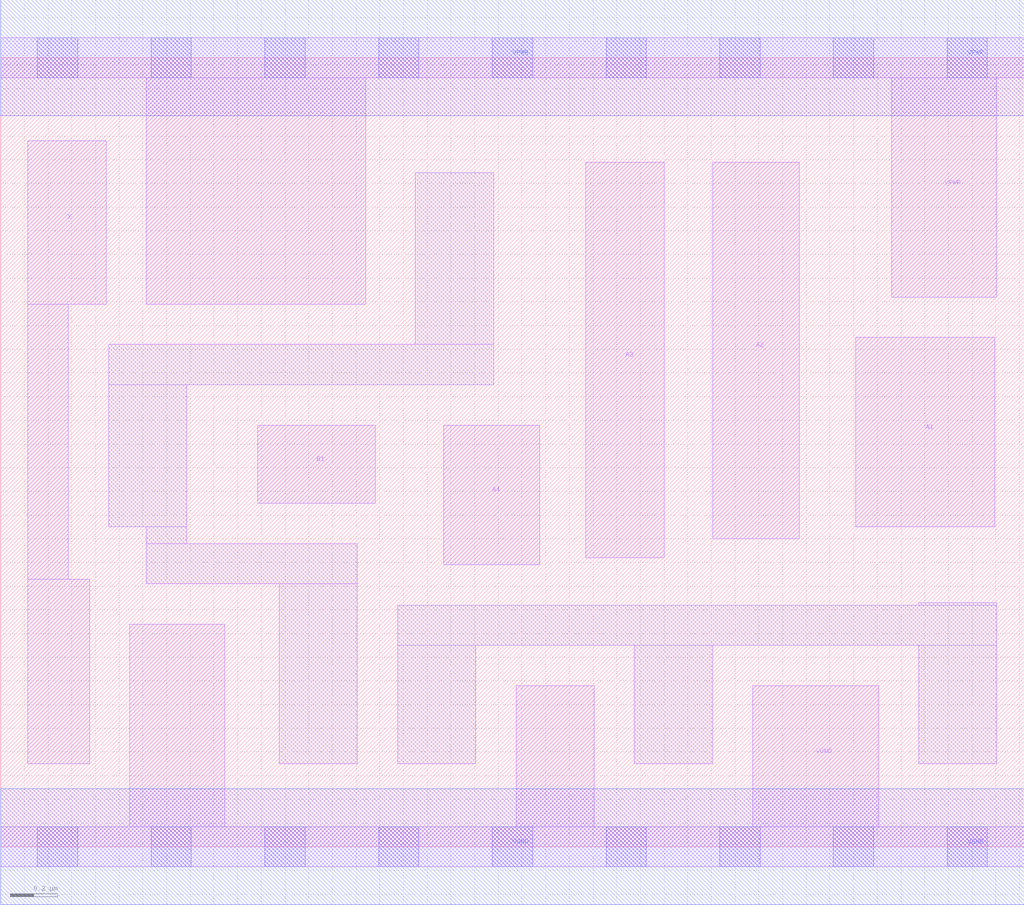
<source format=lef>
# Copyright 2020 The SkyWater PDK Authors
#
# Licensed under the Apache License, Version 2.0 (the "License");
# you may not use this file except in compliance with the License.
# You may obtain a copy of the License at
#
#     https://www.apache.org/licenses/LICENSE-2.0
#
# Unless required by applicable law or agreed to in writing, software
# distributed under the License is distributed on an "AS IS" BASIS,
# WITHOUT WARRANTIES OR CONDITIONS OF ANY KIND, either express or implied.
# See the License for the specific language governing permissions and
# limitations under the License.
#
# SPDX-License-Identifier: Apache-2.0

VERSION 5.7 ;
  NAMESCASESENSITIVE ON ;
  NOWIREEXTENSIONATPIN ON ;
  DIVIDERCHAR "/" ;
  BUSBITCHARS "[]" ;
UNITS
  DATABASE MICRONS 200 ;
END UNITS
MACRO sky130_fd_sc_ms__o41a_1
  CLASS CORE ;
  SOURCE USER ;
  FOREIGN sky130_fd_sc_ms__o41a_1 ;
  ORIGIN  0.000000  0.000000 ;
  SIZE  4.320000 BY  3.330000 ;
  SYMMETRY X Y ;
  SITE unit ;
  PIN A1
    ANTENNAGATEAREA  0.297600 ;
    DIRECTION INPUT ;
    USE SIGNAL ;
    PORT
      LAYER li1 ;
        RECT 3.610000 1.350000 4.195000 2.150000 ;
    END
  END A1
  PIN A2
    ANTENNAGATEAREA  0.297600 ;
    DIRECTION INPUT ;
    USE SIGNAL ;
    PORT
      LAYER li1 ;
        RECT 3.005000 1.300000 3.370000 2.890000 ;
    END
  END A2
  PIN A3
    ANTENNAGATEAREA  0.297600 ;
    DIRECTION INPUT ;
    USE SIGNAL ;
    PORT
      LAYER li1 ;
        RECT 2.470000 1.220000 2.800000 2.890000 ;
    END
  END A3
  PIN A4
    ANTENNAGATEAREA  0.297600 ;
    DIRECTION INPUT ;
    USE SIGNAL ;
    PORT
      LAYER li1 ;
        RECT 1.870000 1.190000 2.275000 1.780000 ;
    END
  END A4
  PIN B1
    ANTENNAGATEAREA  0.247200 ;
    DIRECTION INPUT ;
    USE SIGNAL ;
    PORT
      LAYER li1 ;
        RECT 1.085000 1.450000 1.580000 1.780000 ;
    END
  END B1
  PIN X
    ANTENNADIFFAREA  0.524500 ;
    DIRECTION OUTPUT ;
    USE SIGNAL ;
    PORT
      LAYER li1 ;
        RECT 0.115000 0.350000 0.375000 1.130000 ;
        RECT 0.115000 1.130000 0.285000 2.290000 ;
        RECT 0.115000 2.290000 0.445000 2.980000 ;
    END
  END X
  PIN VGND
    DIRECTION INOUT ;
    USE GROUND ;
    PORT
      LAYER li1 ;
        RECT 0.000000 -0.085000 4.320000 0.085000 ;
        RECT 0.545000  0.085000 0.945000 0.940000 ;
        RECT 2.175000  0.085000 2.505000 0.680000 ;
        RECT 3.175000  0.085000 3.705000 0.680000 ;
      LAYER mcon ;
        RECT 0.155000 -0.085000 0.325000 0.085000 ;
        RECT 0.635000 -0.085000 0.805000 0.085000 ;
        RECT 1.115000 -0.085000 1.285000 0.085000 ;
        RECT 1.595000 -0.085000 1.765000 0.085000 ;
        RECT 2.075000 -0.085000 2.245000 0.085000 ;
        RECT 2.555000 -0.085000 2.725000 0.085000 ;
        RECT 3.035000 -0.085000 3.205000 0.085000 ;
        RECT 3.515000 -0.085000 3.685000 0.085000 ;
        RECT 3.995000 -0.085000 4.165000 0.085000 ;
      LAYER met1 ;
        RECT 0.000000 -0.245000 4.320000 0.245000 ;
    END
  END VGND
  PIN VPWR
    DIRECTION INOUT ;
    USE POWER ;
    PORT
      LAYER li1 ;
        RECT 0.000000 3.245000 4.320000 3.415000 ;
        RECT 0.615000 2.290000 1.540000 3.245000 ;
        RECT 3.760000 2.320000 4.205000 3.245000 ;
      LAYER mcon ;
        RECT 0.155000 3.245000 0.325000 3.415000 ;
        RECT 0.635000 3.245000 0.805000 3.415000 ;
        RECT 1.115000 3.245000 1.285000 3.415000 ;
        RECT 1.595000 3.245000 1.765000 3.415000 ;
        RECT 2.075000 3.245000 2.245000 3.415000 ;
        RECT 2.555000 3.245000 2.725000 3.415000 ;
        RECT 3.035000 3.245000 3.205000 3.415000 ;
        RECT 3.515000 3.245000 3.685000 3.415000 ;
        RECT 3.995000 3.245000 4.165000 3.415000 ;
      LAYER met1 ;
        RECT 0.000000 3.085000 4.320000 3.575000 ;
    END
  END VPWR
  OBS
    LAYER li1 ;
      RECT 0.455000 1.350000 0.785000 1.950000 ;
      RECT 0.455000 1.950000 2.080000 2.120000 ;
      RECT 0.615000 1.110000 1.505000 1.280000 ;
      RECT 0.615000 1.280000 0.785000 1.350000 ;
      RECT 1.175000 0.350000 1.505000 1.110000 ;
      RECT 1.675000 0.350000 2.005000 0.850000 ;
      RECT 1.675000 0.850000 4.205000 1.020000 ;
      RECT 1.750000 2.120000 2.080000 2.845000 ;
      RECT 2.675000 0.350000 3.005000 0.850000 ;
      RECT 3.875000 0.350000 4.205000 0.850000 ;
      RECT 3.875000 1.020000 4.205000 1.030000 ;
  END
END sky130_fd_sc_ms__o41a_1

</source>
